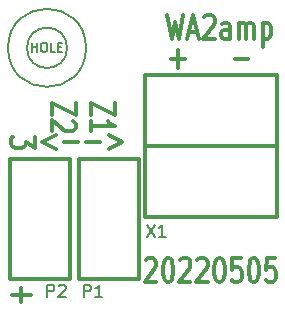
<source format=gto>
G04 #@! TF.GenerationSoftware,KiCad,Pcbnew,(5.1.5)-3*
G04 #@! TF.CreationDate,2022-05-04T20:17:43+02:00*
G04 #@! TF.ProjectId,wa2amp,77613261-6d70-42e6-9b69-6361645f7063,0432 -*
G04 #@! TF.SameCoordinates,Original*
G04 #@! TF.FileFunction,Legend,Top*
G04 #@! TF.FilePolarity,Positive*
%FSLAX46Y46*%
G04 Gerber Fmt 4.6, Leading zero omitted, Abs format (unit mm)*
G04 Created by KiCad (PCBNEW (5.1.5)-3) date 2022-05-04 20:17:43*
%MOMM*%
%LPD*%
G04 APERTURE LIST*
%ADD10C,0.304800*%
%ADD11C,0.203200*%
%ADD12C,0.152400*%
G04 APERTURE END LIST*
D10*
X128888405Y-95980761D02*
X128960977Y-95884000D01*
X129106120Y-95787238D01*
X129468977Y-95787238D01*
X129614120Y-95884000D01*
X129686691Y-95980761D01*
X129759262Y-96174285D01*
X129759262Y-96367809D01*
X129686691Y-96658095D01*
X128815834Y-97819238D01*
X129759262Y-97819238D01*
X130702691Y-95787238D02*
X130847834Y-95787238D01*
X130992977Y-95884000D01*
X131065548Y-95980761D01*
X131138120Y-96174285D01*
X131210691Y-96561333D01*
X131210691Y-97045142D01*
X131138120Y-97432190D01*
X131065548Y-97625714D01*
X130992977Y-97722476D01*
X130847834Y-97819238D01*
X130702691Y-97819238D01*
X130557548Y-97722476D01*
X130484977Y-97625714D01*
X130412405Y-97432190D01*
X130339834Y-97045142D01*
X130339834Y-96561333D01*
X130412405Y-96174285D01*
X130484977Y-95980761D01*
X130557548Y-95884000D01*
X130702691Y-95787238D01*
X131791262Y-95980761D02*
X131863834Y-95884000D01*
X132008977Y-95787238D01*
X132371834Y-95787238D01*
X132516977Y-95884000D01*
X132589548Y-95980761D01*
X132662120Y-96174285D01*
X132662120Y-96367809D01*
X132589548Y-96658095D01*
X131718691Y-97819238D01*
X132662120Y-97819238D01*
X133242691Y-95980761D02*
X133315262Y-95884000D01*
X133460405Y-95787238D01*
X133823262Y-95787238D01*
X133968405Y-95884000D01*
X134040977Y-95980761D01*
X134113548Y-96174285D01*
X134113548Y-96367809D01*
X134040977Y-96658095D01*
X133170120Y-97819238D01*
X134113548Y-97819238D01*
X135056977Y-95787238D02*
X135202120Y-95787238D01*
X135347262Y-95884000D01*
X135419834Y-95980761D01*
X135492405Y-96174285D01*
X135564977Y-96561333D01*
X135564977Y-97045142D01*
X135492405Y-97432190D01*
X135419834Y-97625714D01*
X135347262Y-97722476D01*
X135202120Y-97819238D01*
X135056977Y-97819238D01*
X134911834Y-97722476D01*
X134839262Y-97625714D01*
X134766691Y-97432190D01*
X134694120Y-97045142D01*
X134694120Y-96561333D01*
X134766691Y-96174285D01*
X134839262Y-95980761D01*
X134911834Y-95884000D01*
X135056977Y-95787238D01*
X136943834Y-95787238D02*
X136218120Y-95787238D01*
X136145548Y-96754857D01*
X136218120Y-96658095D01*
X136363262Y-96561333D01*
X136726120Y-96561333D01*
X136871262Y-96658095D01*
X136943834Y-96754857D01*
X137016405Y-96948380D01*
X137016405Y-97432190D01*
X136943834Y-97625714D01*
X136871262Y-97722476D01*
X136726120Y-97819238D01*
X136363262Y-97819238D01*
X136218120Y-97722476D01*
X136145548Y-97625714D01*
X137959834Y-95787238D02*
X138104977Y-95787238D01*
X138250120Y-95884000D01*
X138322691Y-95980761D01*
X138395262Y-96174285D01*
X138467834Y-96561333D01*
X138467834Y-97045142D01*
X138395262Y-97432190D01*
X138322691Y-97625714D01*
X138250120Y-97722476D01*
X138104977Y-97819238D01*
X137959834Y-97819238D01*
X137814691Y-97722476D01*
X137742120Y-97625714D01*
X137669548Y-97432190D01*
X137596977Y-97045142D01*
X137596977Y-96561333D01*
X137669548Y-96174285D01*
X137742120Y-95980761D01*
X137814691Y-95884000D01*
X137959834Y-95787238D01*
X139846691Y-95787238D02*
X139120977Y-95787238D01*
X139048405Y-96754857D01*
X139120977Y-96658095D01*
X139266120Y-96561333D01*
X139628977Y-96561333D01*
X139774120Y-96658095D01*
X139846691Y-96754857D01*
X139919262Y-96948380D01*
X139919262Y-97432190D01*
X139846691Y-97625714D01*
X139774120Y-97722476D01*
X139628977Y-97819238D01*
X139266120Y-97819238D01*
X139120977Y-97722476D01*
X139048405Y-97625714D01*
X130715834Y-75187238D02*
X131078691Y-77219238D01*
X131368977Y-75767809D01*
X131659262Y-77219238D01*
X132022120Y-75187238D01*
X132530120Y-76638666D02*
X133255834Y-76638666D01*
X132384977Y-77219238D02*
X132892977Y-75187238D01*
X133400977Y-77219238D01*
X133836405Y-75380761D02*
X133908977Y-75284000D01*
X134054120Y-75187238D01*
X134416977Y-75187238D01*
X134562120Y-75284000D01*
X134634691Y-75380761D01*
X134707262Y-75574285D01*
X134707262Y-75767809D01*
X134634691Y-76058095D01*
X133763834Y-77219238D01*
X134707262Y-77219238D01*
X136013548Y-77219238D02*
X136013548Y-76154857D01*
X135940977Y-75961333D01*
X135795834Y-75864571D01*
X135505548Y-75864571D01*
X135360405Y-75961333D01*
X136013548Y-77122476D02*
X135868405Y-77219238D01*
X135505548Y-77219238D01*
X135360405Y-77122476D01*
X135287834Y-76928952D01*
X135287834Y-76735428D01*
X135360405Y-76541904D01*
X135505548Y-76445142D01*
X135868405Y-76445142D01*
X136013548Y-76348380D01*
X136739262Y-77219238D02*
X136739262Y-75864571D01*
X136739262Y-76058095D02*
X136811834Y-75961333D01*
X136956977Y-75864571D01*
X137174691Y-75864571D01*
X137319834Y-75961333D01*
X137392405Y-76154857D01*
X137392405Y-77219238D01*
X137392405Y-76154857D02*
X137464977Y-75961333D01*
X137610120Y-75864571D01*
X137827834Y-75864571D01*
X137972977Y-75961333D01*
X138045548Y-76154857D01*
X138045548Y-77219238D01*
X138771262Y-75864571D02*
X138771262Y-77896571D01*
X138771262Y-75961333D02*
X138916405Y-75864571D01*
X139206691Y-75864571D01*
X139351834Y-75961333D01*
X139424405Y-76058095D01*
X139496977Y-76251619D01*
X139496977Y-76832190D01*
X139424405Y-77025714D01*
X139351834Y-77122476D01*
X139206691Y-77219238D01*
X138916405Y-77219238D01*
X138771262Y-77122476D01*
X121250285Y-85364571D02*
X120089142Y-85945142D01*
X121250285Y-86525714D01*
X121976000Y-85945142D02*
X123137142Y-85945142D01*
X123862857Y-85945142D02*
X125024000Y-85945142D01*
X125749714Y-85364571D02*
X126910857Y-85945142D01*
X125749714Y-86525714D01*
X126289161Y-82666285D02*
X126289161Y-83682285D01*
X124257161Y-82666285D01*
X124257161Y-83682285D01*
X124257161Y-85061142D02*
X124257161Y-84190285D01*
X124257161Y-84625714D02*
X126289161Y-84625714D01*
X125998876Y-84480571D01*
X125805352Y-84335428D01*
X125708590Y-84190285D01*
X122936361Y-82666285D02*
X122936361Y-83682285D01*
X120904361Y-82666285D01*
X120904361Y-83682285D01*
X122742838Y-84190285D02*
X122839600Y-84262857D01*
X122936361Y-84408000D01*
X122936361Y-84770857D01*
X122839600Y-84916000D01*
X122742838Y-84988571D01*
X122549314Y-85061142D01*
X122355790Y-85061142D01*
X122065504Y-84988571D01*
X120904361Y-84117714D01*
X120904361Y-85061142D01*
X131034285Y-78945142D02*
X132195428Y-78945142D01*
X131614857Y-79719238D02*
X131614857Y-78171047D01*
X136404571Y-78945142D02*
X137565714Y-78945142D01*
X119512761Y-85492000D02*
X119512761Y-86435428D01*
X118738666Y-85927428D01*
X118738666Y-86145142D01*
X118641904Y-86290285D01*
X118545142Y-86362857D01*
X118351619Y-86435428D01*
X117867809Y-86435428D01*
X117674285Y-86362857D01*
X117577523Y-86290285D01*
X117480761Y-86145142D01*
X117480761Y-85709714D01*
X117577523Y-85564571D01*
X117674285Y-85492000D01*
X118354857Y-98319428D02*
X118354857Y-99480571D01*
X117580761Y-98900000D02*
X119128952Y-98900000D01*
X128799300Y-86300500D02*
X140000700Y-86300500D01*
X128799300Y-80301020D02*
X140000700Y-80301020D01*
X140000700Y-80301020D02*
X140000700Y-92299980D01*
X140000700Y-92299980D02*
X128799300Y-92299980D01*
X128799300Y-80301020D02*
X128799300Y-92299980D01*
X122440000Y-97536000D02*
X117360000Y-97536000D01*
X122440000Y-87376000D02*
X122440000Y-97536000D01*
X117360000Y-87376000D02*
X122440000Y-87376000D01*
X117360000Y-97536000D02*
X117360000Y-87376000D01*
X123190000Y-87376000D02*
X128270000Y-87376000D01*
X123190000Y-97536000D02*
X123190000Y-87376000D01*
X128270000Y-97536000D02*
X123190000Y-97536000D01*
X128270000Y-87376000D02*
X128270000Y-97536000D01*
D11*
X123825000Y-77978000D02*
G75*
G03X123825000Y-77978000I-3302000J0D01*
G01*
X122225558Y-77978000D02*
G75*
G03X122225558Y-77978000I-1702558J0D01*
G01*
X128977523Y-92943619D02*
X129654857Y-93959619D01*
X129654857Y-92943619D02*
X128977523Y-93959619D01*
X130574095Y-93959619D02*
X129993523Y-93959619D01*
X130283809Y-93959619D02*
X130283809Y-92943619D01*
X130187047Y-93088761D01*
X130090285Y-93185523D01*
X129993523Y-93233904D01*
X120550095Y-99059619D02*
X120550095Y-98043619D01*
X120937142Y-98043619D01*
X121033904Y-98092000D01*
X121082285Y-98140380D01*
X121130666Y-98237142D01*
X121130666Y-98382285D01*
X121082285Y-98479047D01*
X121033904Y-98527428D01*
X120937142Y-98575809D01*
X120550095Y-98575809D01*
X121517714Y-98140380D02*
X121566095Y-98092000D01*
X121662857Y-98043619D01*
X121904761Y-98043619D01*
X122001523Y-98092000D01*
X122049904Y-98140380D01*
X122098285Y-98237142D01*
X122098285Y-98333904D01*
X122049904Y-98479047D01*
X121469333Y-99059619D01*
X122098285Y-99059619D01*
X123650095Y-99059619D02*
X123650095Y-98043619D01*
X124037142Y-98043619D01*
X124133904Y-98092000D01*
X124182285Y-98140380D01*
X124230666Y-98237142D01*
X124230666Y-98382285D01*
X124182285Y-98479047D01*
X124133904Y-98527428D01*
X124037142Y-98575809D01*
X123650095Y-98575809D01*
X125198285Y-99059619D02*
X124617714Y-99059619D01*
X124908000Y-99059619D02*
X124908000Y-98043619D01*
X124811238Y-98188761D01*
X124714476Y-98285523D01*
X124617714Y-98333904D01*
D12*
X119253000Y-78322714D02*
X119253000Y-77560714D01*
X119253000Y-77923571D02*
X119688428Y-77923571D01*
X119688428Y-78322714D02*
X119688428Y-77560714D01*
X120196428Y-77560714D02*
X120341571Y-77560714D01*
X120414142Y-77597000D01*
X120486714Y-77669571D01*
X120523000Y-77814714D01*
X120523000Y-78068714D01*
X120486714Y-78213857D01*
X120414142Y-78286428D01*
X120341571Y-78322714D01*
X120196428Y-78322714D01*
X120123857Y-78286428D01*
X120051285Y-78213857D01*
X120015000Y-78068714D01*
X120015000Y-77814714D01*
X120051285Y-77669571D01*
X120123857Y-77597000D01*
X120196428Y-77560714D01*
X121212428Y-78322714D02*
X120849571Y-78322714D01*
X120849571Y-77560714D01*
X121466428Y-77923571D02*
X121720428Y-77923571D01*
X121829285Y-78322714D02*
X121466428Y-78322714D01*
X121466428Y-77560714D01*
X121829285Y-77560714D01*
M02*

</source>
